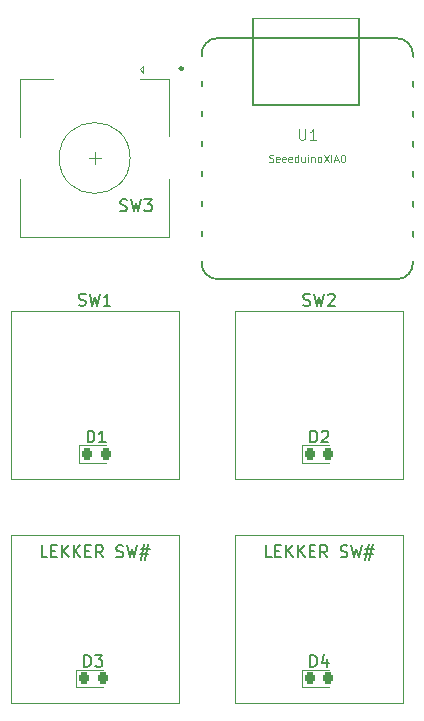
<source format=gto>
%TF.GenerationSoftware,KiCad,Pcbnew,(6.0.9)*%
%TF.CreationDate,2023-02-13T00:06:44-05:00*%
%TF.ProjectId,Tang,54616e67-2e6b-4696-9361-645f70636258,rev?*%
%TF.SameCoordinates,Original*%
%TF.FileFunction,Legend,Top*%
%TF.FilePolarity,Positive*%
%FSLAX46Y46*%
G04 Gerber Fmt 4.6, Leading zero omitted, Abs format (unit mm)*
G04 Created by KiCad (PCBNEW (6.0.9)) date 2023-02-13 00:06:44*
%MOMM*%
%LPD*%
G01*
G04 APERTURE LIST*
G04 Aperture macros list*
%AMRoundRect*
0 Rectangle with rounded corners*
0 $1 Rounding radius*
0 $2 $3 $4 $5 $6 $7 $8 $9 X,Y pos of 4 corners*
0 Add a 4 corners polygon primitive as box body*
4,1,4,$2,$3,$4,$5,$6,$7,$8,$9,$2,$3,0*
0 Add four circle primitives for the rounded corners*
1,1,$1+$1,$2,$3*
1,1,$1+$1,$4,$5*
1,1,$1+$1,$6,$7*
1,1,$1+$1,$8,$9*
0 Add four rect primitives between the rounded corners*
20,1,$1+$1,$2,$3,$4,$5,0*
20,1,$1+$1,$4,$5,$6,$7,0*
20,1,$1+$1,$6,$7,$8,$9,0*
20,1,$1+$1,$8,$9,$2,$3,0*%
G04 Aperture macros list end*
%ADD10C,0.150000*%
%ADD11C,0.101600*%
%ADD12C,0.076200*%
%ADD13C,0.120000*%
%ADD14C,0.200000*%
%ADD15C,0.127000*%
%ADD16C,0.254000*%
%ADD17RoundRect,0.218750X-0.218750X-0.256250X0.218750X-0.256250X0.218750X0.256250X-0.218750X0.256250X0*%
%ADD18R,2.000000X2.000000*%
%ADD19C,2.000000*%
%ADD20C,2.800000*%
%ADD21O,3.000000X2.000000*%
%ADD22C,1.750000*%
%ADD23C,3.050000*%
%ADD24C,4.000000*%
%ADD25C,3.000000*%
G04 APERTURE END LIST*
D10*
%TO.C,D2*%
X128761904Y-100022380D02*
X128761904Y-99022380D01*
X129000000Y-99022380D01*
X129142857Y-99070000D01*
X129238095Y-99165238D01*
X129285714Y-99260476D01*
X129333333Y-99450952D01*
X129333333Y-99593809D01*
X129285714Y-99784285D01*
X129238095Y-99879523D01*
X129142857Y-99974761D01*
X129000000Y-100022380D01*
X128761904Y-100022380D01*
X129714285Y-99117619D02*
X129761904Y-99070000D01*
X129857142Y-99022380D01*
X130095238Y-99022380D01*
X130190476Y-99070000D01*
X130238095Y-99117619D01*
X130285714Y-99212857D01*
X130285714Y-99308095D01*
X130238095Y-99450952D01*
X129666666Y-100022380D01*
X130285714Y-100022380D01*
%TO.C,D3*%
X109636904Y-119022380D02*
X109636904Y-118022380D01*
X109875000Y-118022380D01*
X110017857Y-118070000D01*
X110113095Y-118165238D01*
X110160714Y-118260476D01*
X110208333Y-118450952D01*
X110208333Y-118593809D01*
X110160714Y-118784285D01*
X110113095Y-118879523D01*
X110017857Y-118974761D01*
X109875000Y-119022380D01*
X109636904Y-119022380D01*
X110541666Y-118022380D02*
X111160714Y-118022380D01*
X110827380Y-118403333D01*
X110970238Y-118403333D01*
X111065476Y-118450952D01*
X111113095Y-118498571D01*
X111160714Y-118593809D01*
X111160714Y-118831904D01*
X111113095Y-118927142D01*
X111065476Y-118974761D01*
X110970238Y-119022380D01*
X110684523Y-119022380D01*
X110589285Y-118974761D01*
X110541666Y-118927142D01*
%TO.C,D4*%
X128761904Y-119022380D02*
X128761904Y-118022380D01*
X129000000Y-118022380D01*
X129142857Y-118070000D01*
X129238095Y-118165238D01*
X129285714Y-118260476D01*
X129333333Y-118450952D01*
X129333333Y-118593809D01*
X129285714Y-118784285D01*
X129238095Y-118879523D01*
X129142857Y-118974761D01*
X129000000Y-119022380D01*
X128761904Y-119022380D01*
X130190476Y-118355714D02*
X130190476Y-119022380D01*
X129952380Y-117974761D02*
X129714285Y-118689047D01*
X130333333Y-118689047D01*
%TO.C,SW3*%
X112666666Y-80404761D02*
X112809523Y-80452380D01*
X113047619Y-80452380D01*
X113142857Y-80404761D01*
X113190476Y-80357142D01*
X113238095Y-80261904D01*
X113238095Y-80166666D01*
X113190476Y-80071428D01*
X113142857Y-80023809D01*
X113047619Y-79976190D01*
X112857142Y-79928571D01*
X112761904Y-79880952D01*
X112714285Y-79833333D01*
X112666666Y-79738095D01*
X112666666Y-79642857D01*
X112714285Y-79547619D01*
X112761904Y-79500000D01*
X112857142Y-79452380D01*
X113095238Y-79452380D01*
X113238095Y-79500000D01*
X113571428Y-79452380D02*
X113809523Y-80452380D01*
X114000000Y-79738095D01*
X114190476Y-80452380D01*
X114428571Y-79452380D01*
X114714285Y-79452380D02*
X115333333Y-79452380D01*
X115000000Y-79833333D01*
X115142857Y-79833333D01*
X115238095Y-79880952D01*
X115285714Y-79928571D01*
X115333333Y-80023809D01*
X115333333Y-80261904D01*
X115285714Y-80357142D01*
X115238095Y-80404761D01*
X115142857Y-80452380D01*
X114857142Y-80452380D01*
X114761904Y-80404761D01*
X114714285Y-80357142D01*
%TO.C,D1*%
X109911904Y-100022380D02*
X109911904Y-99022380D01*
X110150000Y-99022380D01*
X110292857Y-99070000D01*
X110388095Y-99165238D01*
X110435714Y-99260476D01*
X110483333Y-99450952D01*
X110483333Y-99593809D01*
X110435714Y-99784285D01*
X110388095Y-99879523D01*
X110292857Y-99974761D01*
X110150000Y-100022380D01*
X109911904Y-100022380D01*
X111435714Y-100022380D02*
X110864285Y-100022380D01*
X111150000Y-100022380D02*
X111150000Y-99022380D01*
X111054761Y-99165238D01*
X110959523Y-99260476D01*
X110864285Y-99308095D01*
D11*
%TO.C,U1*%
X127826889Y-73513166D02*
X127826889Y-74232833D01*
X127869223Y-74317500D01*
X127911556Y-74359833D01*
X127996223Y-74402166D01*
X128165556Y-74402166D01*
X128250223Y-74359833D01*
X128292556Y-74317500D01*
X128334889Y-74232833D01*
X128334889Y-73513166D01*
X129223889Y-74402166D02*
X128715889Y-74402166D01*
X128969889Y-74402166D02*
X128969889Y-73513166D01*
X128885223Y-73640166D01*
X128800556Y-73724833D01*
X128715889Y-73767166D01*
D12*
X125282051Y-76246742D02*
X125369137Y-76275771D01*
X125514280Y-76275771D01*
X125572337Y-76246742D01*
X125601365Y-76217714D01*
X125630394Y-76159657D01*
X125630394Y-76101600D01*
X125601365Y-76043542D01*
X125572337Y-76014514D01*
X125514280Y-75985485D01*
X125398165Y-75956457D01*
X125340108Y-75927428D01*
X125311080Y-75898400D01*
X125282051Y-75840342D01*
X125282051Y-75782285D01*
X125311080Y-75724228D01*
X125340108Y-75695200D01*
X125398165Y-75666171D01*
X125543308Y-75666171D01*
X125630394Y-75695200D01*
X126123880Y-76246742D02*
X126065823Y-76275771D01*
X125949708Y-76275771D01*
X125891651Y-76246742D01*
X125862623Y-76188685D01*
X125862623Y-75956457D01*
X125891651Y-75898400D01*
X125949708Y-75869371D01*
X126065823Y-75869371D01*
X126123880Y-75898400D01*
X126152908Y-75956457D01*
X126152908Y-76014514D01*
X125862623Y-76072571D01*
X126646394Y-76246742D02*
X126588337Y-76275771D01*
X126472223Y-76275771D01*
X126414165Y-76246742D01*
X126385137Y-76188685D01*
X126385137Y-75956457D01*
X126414165Y-75898400D01*
X126472223Y-75869371D01*
X126588337Y-75869371D01*
X126646394Y-75898400D01*
X126675423Y-75956457D01*
X126675423Y-76014514D01*
X126385137Y-76072571D01*
X127168908Y-76246742D02*
X127110851Y-76275771D01*
X126994737Y-76275771D01*
X126936680Y-76246742D01*
X126907651Y-76188685D01*
X126907651Y-75956457D01*
X126936680Y-75898400D01*
X126994737Y-75869371D01*
X127110851Y-75869371D01*
X127168908Y-75898400D01*
X127197937Y-75956457D01*
X127197937Y-76014514D01*
X126907651Y-76072571D01*
X127720451Y-76275771D02*
X127720451Y-75666171D01*
X127720451Y-76246742D02*
X127662394Y-76275771D01*
X127546280Y-76275771D01*
X127488223Y-76246742D01*
X127459194Y-76217714D01*
X127430165Y-76159657D01*
X127430165Y-75985485D01*
X127459194Y-75927428D01*
X127488223Y-75898400D01*
X127546280Y-75869371D01*
X127662394Y-75869371D01*
X127720451Y-75898400D01*
X128271994Y-75869371D02*
X128271994Y-76275771D01*
X128010737Y-75869371D02*
X128010737Y-76188685D01*
X128039765Y-76246742D01*
X128097823Y-76275771D01*
X128184908Y-76275771D01*
X128242965Y-76246742D01*
X128271994Y-76217714D01*
X128562280Y-76275771D02*
X128562280Y-75869371D01*
X128562280Y-75666171D02*
X128533251Y-75695200D01*
X128562280Y-75724228D01*
X128591308Y-75695200D01*
X128562280Y-75666171D01*
X128562280Y-75724228D01*
X128852565Y-75869371D02*
X128852565Y-76275771D01*
X128852565Y-75927428D02*
X128881594Y-75898400D01*
X128939651Y-75869371D01*
X129026737Y-75869371D01*
X129084794Y-75898400D01*
X129113823Y-75956457D01*
X129113823Y-76275771D01*
X129491194Y-76275771D02*
X129433137Y-76246742D01*
X129404108Y-76217714D01*
X129375080Y-76159657D01*
X129375080Y-75985485D01*
X129404108Y-75927428D01*
X129433137Y-75898400D01*
X129491194Y-75869371D01*
X129578280Y-75869371D01*
X129636337Y-75898400D01*
X129665365Y-75927428D01*
X129694394Y-75985485D01*
X129694394Y-76159657D01*
X129665365Y-76217714D01*
X129636337Y-76246742D01*
X129578280Y-76275771D01*
X129491194Y-76275771D01*
X129897594Y-75666171D02*
X130303994Y-76275771D01*
X130303994Y-75666171D02*
X129897594Y-76275771D01*
X130536223Y-76275771D02*
X130536223Y-75666171D01*
X130797480Y-76101600D02*
X131087765Y-76101600D01*
X130739423Y-76275771D02*
X130942623Y-75666171D01*
X131145823Y-76275771D01*
X131465137Y-75666171D02*
X131581251Y-75666171D01*
X131639308Y-75695200D01*
X131697365Y-75753257D01*
X131726394Y-75869371D01*
X131726394Y-76072571D01*
X131697365Y-76188685D01*
X131639308Y-76246742D01*
X131581251Y-76275771D01*
X131465137Y-76275771D01*
X131407080Y-76246742D01*
X131349023Y-76188685D01*
X131319994Y-76072571D01*
X131319994Y-75869371D01*
X131349023Y-75753257D01*
X131407080Y-75695200D01*
X131465137Y-75666171D01*
D10*
%TO.C,SW1*%
X109166666Y-88404761D02*
X109309523Y-88452380D01*
X109547619Y-88452380D01*
X109642857Y-88404761D01*
X109690476Y-88357142D01*
X109738095Y-88261904D01*
X109738095Y-88166666D01*
X109690476Y-88071428D01*
X109642857Y-88023809D01*
X109547619Y-87976190D01*
X109357142Y-87928571D01*
X109261904Y-87880952D01*
X109214285Y-87833333D01*
X109166666Y-87738095D01*
X109166666Y-87642857D01*
X109214285Y-87547619D01*
X109261904Y-87500000D01*
X109357142Y-87452380D01*
X109595238Y-87452380D01*
X109738095Y-87500000D01*
X110071428Y-87452380D02*
X110309523Y-88452380D01*
X110500000Y-87738095D01*
X110690476Y-88452380D01*
X110928571Y-87452380D01*
X111833333Y-88452380D02*
X111261904Y-88452380D01*
X111547619Y-88452380D02*
X111547619Y-87452380D01*
X111452380Y-87595238D01*
X111357142Y-87690476D01*
X111261904Y-87738095D01*
%TO.C,SW2*%
X128166666Y-88404761D02*
X128309523Y-88452380D01*
X128547619Y-88452380D01*
X128642857Y-88404761D01*
X128690476Y-88357142D01*
X128738095Y-88261904D01*
X128738095Y-88166666D01*
X128690476Y-88071428D01*
X128642857Y-88023809D01*
X128547619Y-87976190D01*
X128357142Y-87928571D01*
X128261904Y-87880952D01*
X128214285Y-87833333D01*
X128166666Y-87738095D01*
X128166666Y-87642857D01*
X128214285Y-87547619D01*
X128261904Y-87500000D01*
X128357142Y-87452380D01*
X128595238Y-87452380D01*
X128738095Y-87500000D01*
X129071428Y-87452380D02*
X129309523Y-88452380D01*
X129500000Y-87738095D01*
X129690476Y-88452380D01*
X129928571Y-87452380D01*
X130261904Y-87547619D02*
X130309523Y-87500000D01*
X130404761Y-87452380D01*
X130642857Y-87452380D01*
X130738095Y-87500000D01*
X130785714Y-87547619D01*
X130833333Y-87642857D01*
X130833333Y-87738095D01*
X130785714Y-87880952D01*
X130214285Y-88452380D01*
X130833333Y-88452380D01*
%TO.C,U2*%
X106476190Y-109752380D02*
X106000000Y-109752380D01*
X106000000Y-108752380D01*
X106809523Y-109228571D02*
X107142857Y-109228571D01*
X107285714Y-109752380D02*
X106809523Y-109752380D01*
X106809523Y-108752380D01*
X107285714Y-108752380D01*
X107714285Y-109752380D02*
X107714285Y-108752380D01*
X108285714Y-109752380D02*
X107857142Y-109180952D01*
X108285714Y-108752380D02*
X107714285Y-109323809D01*
X108714285Y-109752380D02*
X108714285Y-108752380D01*
X109285714Y-109752380D02*
X108857142Y-109180952D01*
X109285714Y-108752380D02*
X108714285Y-109323809D01*
X109714285Y-109228571D02*
X110047619Y-109228571D01*
X110190476Y-109752380D02*
X109714285Y-109752380D01*
X109714285Y-108752380D01*
X110190476Y-108752380D01*
X111190476Y-109752380D02*
X110857142Y-109276190D01*
X110619047Y-109752380D02*
X110619047Y-108752380D01*
X111000000Y-108752380D01*
X111095238Y-108800000D01*
X111142857Y-108847619D01*
X111190476Y-108942857D01*
X111190476Y-109085714D01*
X111142857Y-109180952D01*
X111095238Y-109228571D01*
X111000000Y-109276190D01*
X110619047Y-109276190D01*
X112333333Y-109704761D02*
X112476190Y-109752380D01*
X112714285Y-109752380D01*
X112809523Y-109704761D01*
X112857142Y-109657142D01*
X112904761Y-109561904D01*
X112904761Y-109466666D01*
X112857142Y-109371428D01*
X112809523Y-109323809D01*
X112714285Y-109276190D01*
X112523809Y-109228571D01*
X112428571Y-109180952D01*
X112380952Y-109133333D01*
X112333333Y-109038095D01*
X112333333Y-108942857D01*
X112380952Y-108847619D01*
X112428571Y-108800000D01*
X112523809Y-108752380D01*
X112761904Y-108752380D01*
X112904761Y-108800000D01*
X113238095Y-108752380D02*
X113476190Y-109752380D01*
X113666666Y-109038095D01*
X113857142Y-109752380D01*
X114095238Y-108752380D01*
X114428571Y-109085714D02*
X115142857Y-109085714D01*
X114714285Y-108657142D02*
X114428571Y-109942857D01*
X115047619Y-109514285D02*
X114333333Y-109514285D01*
X114761904Y-109942857D02*
X115047619Y-108657142D01*
%TO.C,U3*%
X125476190Y-109752380D02*
X125000000Y-109752380D01*
X125000000Y-108752380D01*
X125809523Y-109228571D02*
X126142857Y-109228571D01*
X126285714Y-109752380D02*
X125809523Y-109752380D01*
X125809523Y-108752380D01*
X126285714Y-108752380D01*
X126714285Y-109752380D02*
X126714285Y-108752380D01*
X127285714Y-109752380D02*
X126857142Y-109180952D01*
X127285714Y-108752380D02*
X126714285Y-109323809D01*
X127714285Y-109752380D02*
X127714285Y-108752380D01*
X128285714Y-109752380D02*
X127857142Y-109180952D01*
X128285714Y-108752380D02*
X127714285Y-109323809D01*
X128714285Y-109228571D02*
X129047619Y-109228571D01*
X129190476Y-109752380D02*
X128714285Y-109752380D01*
X128714285Y-108752380D01*
X129190476Y-108752380D01*
X130190476Y-109752380D02*
X129857142Y-109276190D01*
X129619047Y-109752380D02*
X129619047Y-108752380D01*
X130000000Y-108752380D01*
X130095238Y-108800000D01*
X130142857Y-108847619D01*
X130190476Y-108942857D01*
X130190476Y-109085714D01*
X130142857Y-109180952D01*
X130095238Y-109228571D01*
X130000000Y-109276190D01*
X129619047Y-109276190D01*
X131333333Y-109704761D02*
X131476190Y-109752380D01*
X131714285Y-109752380D01*
X131809523Y-109704761D01*
X131857142Y-109657142D01*
X131904761Y-109561904D01*
X131904761Y-109466666D01*
X131857142Y-109371428D01*
X131809523Y-109323809D01*
X131714285Y-109276190D01*
X131523809Y-109228571D01*
X131428571Y-109180952D01*
X131380952Y-109133333D01*
X131333333Y-109038095D01*
X131333333Y-108942857D01*
X131380952Y-108847619D01*
X131428571Y-108800000D01*
X131523809Y-108752380D01*
X131761904Y-108752380D01*
X131904761Y-108800000D01*
X132238095Y-108752380D02*
X132476190Y-109752380D01*
X132666666Y-109038095D01*
X132857142Y-109752380D01*
X133095238Y-108752380D01*
X133428571Y-109085714D02*
X134142857Y-109085714D01*
X133714285Y-108657142D02*
X133428571Y-109942857D01*
X134047619Y-109514285D02*
X133333333Y-109514285D01*
X133761904Y-109942857D02*
X134047619Y-108657142D01*
D13*
%TO.C,D2*%
X128015000Y-100265000D02*
X128015000Y-101735000D01*
X128015000Y-101735000D02*
X130300000Y-101735000D01*
X130300000Y-100265000D02*
X128015000Y-100265000D01*
%TO.C,D3*%
X111175000Y-119265000D02*
X108890000Y-119265000D01*
X108890000Y-120735000D02*
X111175000Y-120735000D01*
X108890000Y-119265000D02*
X108890000Y-120735000D01*
%TO.C,D4*%
X128015000Y-119265000D02*
X128015000Y-120735000D01*
X130300000Y-119265000D02*
X128015000Y-119265000D01*
X128015000Y-120735000D02*
X130300000Y-120735000D01*
%TO.C,SW3*%
X116800000Y-74050000D02*
X116800000Y-69250000D01*
X111000000Y-75950000D02*
X110000000Y-75950000D01*
X116800000Y-82650000D02*
X104200000Y-82650000D01*
X116800000Y-69250000D02*
X114300000Y-69250000D01*
X110500000Y-75450000D02*
X110500000Y-76450000D01*
X116800000Y-77750000D02*
X116800000Y-82650000D01*
X114300000Y-68450000D02*
X114600000Y-68150000D01*
X104200000Y-69250000D02*
X107000000Y-69250000D01*
X104200000Y-82650000D02*
X104200000Y-77750000D01*
X104200000Y-74150000D02*
X104200000Y-69250000D01*
X114600000Y-68150000D02*
X114600000Y-68750000D01*
X114600000Y-68750000D02*
X114300000Y-68450000D01*
X113500000Y-75950000D02*
G75*
G03*
X113500000Y-75950000I-3000000J0D01*
G01*
%TO.C,D1*%
X111450000Y-100265000D02*
X109165000Y-100265000D01*
X109165000Y-101735000D02*
X111450000Y-101735000D01*
X109165000Y-100265000D02*
X109165000Y-101735000D01*
D14*
%TO.C,U1*%
X120950000Y-86200000D02*
X136100000Y-86200000D01*
D15*
X123911080Y-71428000D02*
X123911080Y-64074700D01*
X132910300Y-64074700D02*
X132910300Y-71428000D01*
D14*
X136050000Y-65800000D02*
X120900000Y-65800000D01*
D13*
X132910300Y-64074700D02*
X123911080Y-64074700D01*
D14*
X119550000Y-67200000D02*
X119550000Y-84850000D01*
D15*
X132910300Y-71428000D02*
X123911080Y-71428000D01*
D14*
X137450000Y-67200000D02*
X137450000Y-84800000D01*
X120900000Y-65800000D02*
G75*
G03*
X119550000Y-67200000I4J-1350897D01*
G01*
X119550000Y-84850000D02*
G75*
G03*
X120950000Y-86200000I1350897J4D01*
G01*
X136100000Y-86199993D02*
G75*
G03*
X137450000Y-84800000I0J1350893D01*
G01*
X137450000Y-67200000D02*
G75*
G03*
X136050000Y-65800000I-1400000J0D01*
G01*
D16*
X117959000Y-68380000D02*
G75*
G03*
X117959000Y-68380000I-127000J0D01*
G01*
D13*
%TO.C,SW1*%
X103400000Y-88900000D02*
X103400000Y-103100000D01*
X103400000Y-103100000D02*
X117600000Y-103100000D01*
X117600000Y-88900000D02*
X103400000Y-88900000D01*
X117600000Y-103100000D02*
X117600000Y-88900000D01*
%TO.C,SW2*%
X122400000Y-103100000D02*
X136600000Y-103100000D01*
X136600000Y-103100000D02*
X136600000Y-88900000D01*
X122400000Y-88900000D02*
X122400000Y-103100000D01*
X136600000Y-88900000D02*
X122400000Y-88900000D01*
%TO.C,U2*%
X103400000Y-122100000D02*
X103400000Y-107900000D01*
X117600000Y-122100000D02*
X103400000Y-122100000D01*
X117600000Y-107900000D02*
X117600000Y-122100000D01*
X103400000Y-107900000D02*
X117600000Y-107900000D01*
%TO.C,U3*%
X122400000Y-122100000D02*
X122400000Y-107900000D01*
X136600000Y-107900000D02*
X136600000Y-122100000D01*
X122400000Y-107900000D02*
X136600000Y-107900000D01*
X136600000Y-122100000D02*
X122400000Y-122100000D01*
%TD*%
%LPC*%
D17*
%TO.C,D2*%
X128712500Y-101000000D03*
X130287500Y-101000000D03*
%TD*%
%TO.C,D3*%
X109587500Y-120000000D03*
X111162500Y-120000000D03*
%TD*%
%TO.C,D4*%
X128712500Y-120000000D03*
X130287500Y-120000000D03*
%TD*%
D18*
%TO.C,SW3*%
X113000000Y-68450000D03*
D19*
X108000000Y-68450000D03*
X110500000Y-68450000D03*
D20*
X116100000Y-75950000D03*
X104900000Y-75950000D03*
%TD*%
D17*
%TO.C,D1*%
X109862500Y-101000000D03*
X111437500Y-101000000D03*
%TD*%
D21*
%TO.C,U1*%
X120118000Y-68380000D03*
X120118000Y-70920000D03*
X120118000Y-73460000D03*
X120118000Y-76000000D03*
X120118000Y-78540000D03*
X120118000Y-81080000D03*
X120118000Y-83620000D03*
X136882000Y-83620000D03*
X136882000Y-81080000D03*
X136882000Y-78540000D03*
X136882000Y-76000000D03*
X136882000Y-73460000D03*
X136882000Y-70920000D03*
X136882000Y-68380000D03*
%TD*%
D22*
%TO.C,SW1*%
X115580000Y-96000000D03*
D23*
X106690000Y-93460000D03*
D22*
X105420000Y-96000000D03*
D23*
X113040000Y-90920000D03*
D24*
X110500000Y-96000000D03*
%TD*%
D23*
%TO.C,SW2*%
X125690000Y-93460000D03*
D22*
X124420000Y-96000000D03*
D23*
X132040000Y-90920000D03*
D22*
X134580000Y-96000000D03*
D24*
X129500000Y-96000000D03*
%TD*%
D22*
%TO.C,U2*%
X115580000Y-115000000D03*
X105420000Y-115000000D03*
%TD*%
D25*
%TO.C,GND1*%
X103000000Y-85000000D03*
%TD*%
D22*
%TO.C,U3*%
X134580000Y-115000000D03*
X124420000Y-115000000D03*
%TD*%
D25*
%TO.C,3V3*%
X111000000Y-85000000D03*
%TD*%
M02*

</source>
